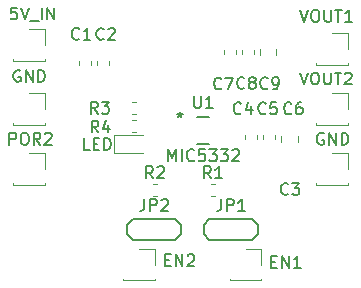
<source format=gbr>
G04 #@! TF.GenerationSoftware,KiCad,Pcbnew,(5.1.6)-1*
G04 #@! TF.CreationDate,2020-05-26T15:20:33+09:00*
G04 #@! TF.ProjectId,mic5332,6d696335-3333-4322-9e6b-696361645f70,rev?*
G04 #@! TF.SameCoordinates,Original*
G04 #@! TF.FileFunction,Legend,Top*
G04 #@! TF.FilePolarity,Positive*
%FSLAX46Y46*%
G04 Gerber Fmt 4.6, Leading zero omitted, Abs format (unit mm)*
G04 Created by KiCad (PCBNEW (5.1.6)-1) date 2020-05-26 15:20:33*
%MOMM*%
%LPD*%
G01*
G04 APERTURE LIST*
%ADD10C,0.120000*%
%ADD11C,0.150000*%
%ADD12C,0.152400*%
G04 APERTURE END LIST*
D10*
X116065000Y-69803733D02*
X116065000Y-70146267D01*
X117085000Y-69803733D02*
X117085000Y-70146267D01*
X118600000Y-69808733D02*
X118600000Y-70151267D01*
X117580000Y-69808733D02*
X117580000Y-70151267D01*
X131140000Y-76103733D02*
X131140000Y-76446267D01*
X130120000Y-76103733D02*
X130120000Y-76446267D01*
X131630000Y-76103733D02*
X131630000Y-76446267D01*
X132650000Y-76103733D02*
X132650000Y-76446267D01*
X134580000Y-76118748D02*
X134580000Y-76641252D01*
X133160000Y-76118748D02*
X133160000Y-76641252D01*
X128330000Y-69211267D02*
X128330000Y-68868733D01*
X129350000Y-69211267D02*
X129350000Y-68868733D01*
X130860000Y-69211267D02*
X130860000Y-68868733D01*
X129840000Y-69211267D02*
X129840000Y-68868733D01*
X132790000Y-69311252D02*
X132790000Y-68788748D01*
X131370000Y-69311252D02*
X131370000Y-68788748D01*
X119040000Y-77555000D02*
X121500000Y-77555000D01*
X119040000Y-76085000D02*
X119040000Y-77555000D01*
X121500000Y-76085000D02*
X119040000Y-76085000D01*
D11*
X126620000Y-83650000D02*
X127120000Y-83150000D01*
X126620000Y-84450000D02*
X126620000Y-83650000D01*
X127120000Y-84950000D02*
X126620000Y-84450000D01*
X130720000Y-84950000D02*
X127120000Y-84950000D01*
X131220000Y-84450000D02*
X130720000Y-84950000D01*
X131220000Y-83650000D02*
X131220000Y-84450000D01*
X130720000Y-83150000D02*
X131220000Y-83650000D01*
X127120000Y-83150000D02*
X130720000Y-83150000D01*
X120620000Y-83150000D02*
X124220000Y-83150000D01*
X124220000Y-83150000D02*
X124720000Y-83650000D01*
X124720000Y-83650000D02*
X124720000Y-84450000D01*
X124720000Y-84450000D02*
X124220000Y-84950000D01*
X124220000Y-84950000D02*
X120620000Y-84950000D01*
X120620000Y-84950000D02*
X120120000Y-84450000D01*
X120120000Y-84450000D02*
X120120000Y-83650000D01*
X120120000Y-83650000D02*
X120620000Y-83150000D01*
D10*
X127228733Y-80190000D02*
X127571267Y-80190000D01*
X127228733Y-81210000D02*
X127571267Y-81210000D01*
X122328733Y-81210000D02*
X122671267Y-81210000D01*
X122328733Y-80190000D02*
X122671267Y-80190000D01*
X120881267Y-73270000D02*
X120538733Y-73270000D01*
X120881267Y-74290000D02*
X120538733Y-74290000D01*
X120528733Y-74790000D02*
X120871267Y-74790000D01*
X120528733Y-75810000D02*
X120871267Y-75810000D01*
D12*
X126089155Y-76828100D02*
X127063645Y-76828100D01*
X127063645Y-74516700D02*
X126089155Y-74516700D01*
D10*
X111830000Y-67130000D02*
X113160000Y-67130000D01*
X113160000Y-67130000D02*
X113160000Y-68460000D01*
X113160000Y-69670000D02*
X113160000Y-69790000D01*
X110500000Y-69670000D02*
X110500000Y-69790000D01*
X110500000Y-69790000D02*
X113160000Y-69790000D01*
X130190000Y-85720000D02*
X131520000Y-85720000D01*
X131520000Y-85720000D02*
X131520000Y-87050000D01*
X131520000Y-88260000D02*
X131520000Y-88380000D01*
X128860000Y-88260000D02*
X128860000Y-88380000D01*
X128860000Y-88380000D02*
X131520000Y-88380000D01*
X119820000Y-88380000D02*
X122480000Y-88380000D01*
X119820000Y-88260000D02*
X119820000Y-88380000D01*
X122480000Y-88260000D02*
X122480000Y-88380000D01*
X122480000Y-85720000D02*
X122480000Y-87050000D01*
X121150000Y-85720000D02*
X122480000Y-85720000D01*
X110520000Y-75210000D02*
X113180000Y-75210000D01*
X110520000Y-75090000D02*
X110520000Y-75210000D01*
X113180000Y-75090000D02*
X113180000Y-75210000D01*
X113180000Y-72550000D02*
X113180000Y-73880000D01*
X111850000Y-72550000D02*
X113180000Y-72550000D01*
X136170000Y-80290000D02*
X138830000Y-80290000D01*
X136170000Y-80170000D02*
X136170000Y-80290000D01*
X138830000Y-80170000D02*
X138830000Y-80290000D01*
X138830000Y-77630000D02*
X138830000Y-78960000D01*
X137500000Y-77630000D02*
X138830000Y-77630000D01*
X111850000Y-77630000D02*
X113180000Y-77630000D01*
X113180000Y-77630000D02*
X113180000Y-78960000D01*
X113180000Y-80170000D02*
X113180000Y-80290000D01*
X110520000Y-80170000D02*
X110520000Y-80290000D01*
X110520000Y-80290000D02*
X113180000Y-80290000D01*
X137500000Y-67470000D02*
X138830000Y-67470000D01*
X138830000Y-67470000D02*
X138830000Y-68800000D01*
X138830000Y-70010000D02*
X138830000Y-70130000D01*
X136170000Y-70010000D02*
X136170000Y-70130000D01*
X136170000Y-70130000D02*
X138830000Y-70130000D01*
X136170000Y-75210000D02*
X138830000Y-75210000D01*
X136170000Y-75090000D02*
X136170000Y-75210000D01*
X138830000Y-75090000D02*
X138830000Y-75210000D01*
X138830000Y-72550000D02*
X138830000Y-73880000D01*
X137500000Y-72550000D02*
X138830000Y-72550000D01*
D11*
X116093333Y-67907142D02*
X116045714Y-67954761D01*
X115902857Y-68002380D01*
X115807619Y-68002380D01*
X115664761Y-67954761D01*
X115569523Y-67859523D01*
X115521904Y-67764285D01*
X115474285Y-67573809D01*
X115474285Y-67430952D01*
X115521904Y-67240476D01*
X115569523Y-67145238D01*
X115664761Y-67050000D01*
X115807619Y-67002380D01*
X115902857Y-67002380D01*
X116045714Y-67050000D01*
X116093333Y-67097619D01*
X117045714Y-68002380D02*
X116474285Y-68002380D01*
X116760000Y-68002380D02*
X116760000Y-67002380D01*
X116664761Y-67145238D01*
X116569523Y-67240476D01*
X116474285Y-67288095D01*
X118163333Y-67927142D02*
X118115714Y-67974761D01*
X117972857Y-68022380D01*
X117877619Y-68022380D01*
X117734761Y-67974761D01*
X117639523Y-67879523D01*
X117591904Y-67784285D01*
X117544285Y-67593809D01*
X117544285Y-67450952D01*
X117591904Y-67260476D01*
X117639523Y-67165238D01*
X117734761Y-67070000D01*
X117877619Y-67022380D01*
X117972857Y-67022380D01*
X118115714Y-67070000D01*
X118163333Y-67117619D01*
X118544285Y-67117619D02*
X118591904Y-67070000D01*
X118687142Y-67022380D01*
X118925238Y-67022380D01*
X119020476Y-67070000D01*
X119068095Y-67117619D01*
X119115714Y-67212857D01*
X119115714Y-67308095D01*
X119068095Y-67450952D01*
X118496666Y-68022380D01*
X119115714Y-68022380D01*
X133783333Y-81047142D02*
X133735714Y-81094761D01*
X133592857Y-81142380D01*
X133497619Y-81142380D01*
X133354761Y-81094761D01*
X133259523Y-80999523D01*
X133211904Y-80904285D01*
X133164285Y-80713809D01*
X133164285Y-80570952D01*
X133211904Y-80380476D01*
X133259523Y-80285238D01*
X133354761Y-80190000D01*
X133497619Y-80142380D01*
X133592857Y-80142380D01*
X133735714Y-80190000D01*
X133783333Y-80237619D01*
X134116666Y-80142380D02*
X134735714Y-80142380D01*
X134402380Y-80523333D01*
X134545238Y-80523333D01*
X134640476Y-80570952D01*
X134688095Y-80618571D01*
X134735714Y-80713809D01*
X134735714Y-80951904D01*
X134688095Y-81047142D01*
X134640476Y-81094761D01*
X134545238Y-81142380D01*
X134259523Y-81142380D01*
X134164285Y-81094761D01*
X134116666Y-81047142D01*
X129793333Y-74217142D02*
X129745714Y-74264761D01*
X129602857Y-74312380D01*
X129507619Y-74312380D01*
X129364761Y-74264761D01*
X129269523Y-74169523D01*
X129221904Y-74074285D01*
X129174285Y-73883809D01*
X129174285Y-73740952D01*
X129221904Y-73550476D01*
X129269523Y-73455238D01*
X129364761Y-73360000D01*
X129507619Y-73312380D01*
X129602857Y-73312380D01*
X129745714Y-73360000D01*
X129793333Y-73407619D01*
X130650476Y-73645714D02*
X130650476Y-74312380D01*
X130412380Y-73264761D02*
X130174285Y-73979047D01*
X130793333Y-73979047D01*
X131883333Y-74217142D02*
X131835714Y-74264761D01*
X131692857Y-74312380D01*
X131597619Y-74312380D01*
X131454761Y-74264761D01*
X131359523Y-74169523D01*
X131311904Y-74074285D01*
X131264285Y-73883809D01*
X131264285Y-73740952D01*
X131311904Y-73550476D01*
X131359523Y-73455238D01*
X131454761Y-73360000D01*
X131597619Y-73312380D01*
X131692857Y-73312380D01*
X131835714Y-73360000D01*
X131883333Y-73407619D01*
X132788095Y-73312380D02*
X132311904Y-73312380D01*
X132264285Y-73788571D01*
X132311904Y-73740952D01*
X132407142Y-73693333D01*
X132645238Y-73693333D01*
X132740476Y-73740952D01*
X132788095Y-73788571D01*
X132835714Y-73883809D01*
X132835714Y-74121904D01*
X132788095Y-74217142D01*
X132740476Y-74264761D01*
X132645238Y-74312380D01*
X132407142Y-74312380D01*
X132311904Y-74264761D01*
X132264285Y-74217142D01*
X134053333Y-74217142D02*
X134005714Y-74264761D01*
X133862857Y-74312380D01*
X133767619Y-74312380D01*
X133624761Y-74264761D01*
X133529523Y-74169523D01*
X133481904Y-74074285D01*
X133434285Y-73883809D01*
X133434285Y-73740952D01*
X133481904Y-73550476D01*
X133529523Y-73455238D01*
X133624761Y-73360000D01*
X133767619Y-73312380D01*
X133862857Y-73312380D01*
X134005714Y-73360000D01*
X134053333Y-73407619D01*
X134910476Y-73312380D02*
X134720000Y-73312380D01*
X134624761Y-73360000D01*
X134577142Y-73407619D01*
X134481904Y-73550476D01*
X134434285Y-73740952D01*
X134434285Y-74121904D01*
X134481904Y-74217142D01*
X134529523Y-74264761D01*
X134624761Y-74312380D01*
X134815238Y-74312380D01*
X134910476Y-74264761D01*
X134958095Y-74217142D01*
X135005714Y-74121904D01*
X135005714Y-73883809D01*
X134958095Y-73788571D01*
X134910476Y-73740952D01*
X134815238Y-73693333D01*
X134624761Y-73693333D01*
X134529523Y-73740952D01*
X134481904Y-73788571D01*
X134434285Y-73883809D01*
X128133333Y-72107142D02*
X128085714Y-72154761D01*
X127942857Y-72202380D01*
X127847619Y-72202380D01*
X127704761Y-72154761D01*
X127609523Y-72059523D01*
X127561904Y-71964285D01*
X127514285Y-71773809D01*
X127514285Y-71630952D01*
X127561904Y-71440476D01*
X127609523Y-71345238D01*
X127704761Y-71250000D01*
X127847619Y-71202380D01*
X127942857Y-71202380D01*
X128085714Y-71250000D01*
X128133333Y-71297619D01*
X128466666Y-71202380D02*
X129133333Y-71202380D01*
X128704761Y-72202380D01*
X130073333Y-72067142D02*
X130025714Y-72114761D01*
X129882857Y-72162380D01*
X129787619Y-72162380D01*
X129644761Y-72114761D01*
X129549523Y-72019523D01*
X129501904Y-71924285D01*
X129454285Y-71733809D01*
X129454285Y-71590952D01*
X129501904Y-71400476D01*
X129549523Y-71305238D01*
X129644761Y-71210000D01*
X129787619Y-71162380D01*
X129882857Y-71162380D01*
X130025714Y-71210000D01*
X130073333Y-71257619D01*
X130644761Y-71590952D02*
X130549523Y-71543333D01*
X130501904Y-71495714D01*
X130454285Y-71400476D01*
X130454285Y-71352857D01*
X130501904Y-71257619D01*
X130549523Y-71210000D01*
X130644761Y-71162380D01*
X130835238Y-71162380D01*
X130930476Y-71210000D01*
X130978095Y-71257619D01*
X131025714Y-71352857D01*
X131025714Y-71400476D01*
X130978095Y-71495714D01*
X130930476Y-71543333D01*
X130835238Y-71590952D01*
X130644761Y-71590952D01*
X130549523Y-71638571D01*
X130501904Y-71686190D01*
X130454285Y-71781428D01*
X130454285Y-71971904D01*
X130501904Y-72067142D01*
X130549523Y-72114761D01*
X130644761Y-72162380D01*
X130835238Y-72162380D01*
X130930476Y-72114761D01*
X130978095Y-72067142D01*
X131025714Y-71971904D01*
X131025714Y-71781428D01*
X130978095Y-71686190D01*
X130930476Y-71638571D01*
X130835238Y-71590952D01*
X132043333Y-72087142D02*
X131995714Y-72134761D01*
X131852857Y-72182380D01*
X131757619Y-72182380D01*
X131614761Y-72134761D01*
X131519523Y-72039523D01*
X131471904Y-71944285D01*
X131424285Y-71753809D01*
X131424285Y-71610952D01*
X131471904Y-71420476D01*
X131519523Y-71325238D01*
X131614761Y-71230000D01*
X131757619Y-71182380D01*
X131852857Y-71182380D01*
X131995714Y-71230000D01*
X132043333Y-71277619D01*
X132519523Y-72182380D02*
X132710000Y-72182380D01*
X132805238Y-72134761D01*
X132852857Y-72087142D01*
X132948095Y-71944285D01*
X132995714Y-71753809D01*
X132995714Y-71372857D01*
X132948095Y-71277619D01*
X132900476Y-71230000D01*
X132805238Y-71182380D01*
X132614761Y-71182380D01*
X132519523Y-71230000D01*
X132471904Y-71277619D01*
X132424285Y-71372857D01*
X132424285Y-71610952D01*
X132471904Y-71706190D01*
X132519523Y-71753809D01*
X132614761Y-71801428D01*
X132805238Y-71801428D01*
X132900476Y-71753809D01*
X132948095Y-71706190D01*
X132995714Y-71610952D01*
X116967142Y-77322380D02*
X116490952Y-77322380D01*
X116490952Y-76322380D01*
X117300476Y-76798571D02*
X117633809Y-76798571D01*
X117776666Y-77322380D02*
X117300476Y-77322380D01*
X117300476Y-76322380D01*
X117776666Y-76322380D01*
X118205238Y-77322380D02*
X118205238Y-76322380D01*
X118443333Y-76322380D01*
X118586190Y-76370000D01*
X118681428Y-76465238D01*
X118729047Y-76560476D01*
X118776666Y-76750952D01*
X118776666Y-76893809D01*
X118729047Y-77084285D01*
X118681428Y-77179523D01*
X118586190Y-77274761D01*
X118443333Y-77322380D01*
X118205238Y-77322380D01*
X128116666Y-81502380D02*
X128116666Y-82216666D01*
X128069047Y-82359523D01*
X127973809Y-82454761D01*
X127830952Y-82502380D01*
X127735714Y-82502380D01*
X128592857Y-82502380D02*
X128592857Y-81502380D01*
X128973809Y-81502380D01*
X129069047Y-81550000D01*
X129116666Y-81597619D01*
X129164285Y-81692857D01*
X129164285Y-81835714D01*
X129116666Y-81930952D01*
X129069047Y-81978571D01*
X128973809Y-82026190D01*
X128592857Y-82026190D01*
X130116666Y-82502380D02*
X129545238Y-82502380D01*
X129830952Y-82502380D02*
X129830952Y-81502380D01*
X129735714Y-81645238D01*
X129640476Y-81740476D01*
X129545238Y-81788095D01*
X121616666Y-81502380D02*
X121616666Y-82216666D01*
X121569047Y-82359523D01*
X121473809Y-82454761D01*
X121330952Y-82502380D01*
X121235714Y-82502380D01*
X122092857Y-82502380D02*
X122092857Y-81502380D01*
X122473809Y-81502380D01*
X122569047Y-81550000D01*
X122616666Y-81597619D01*
X122664285Y-81692857D01*
X122664285Y-81835714D01*
X122616666Y-81930952D01*
X122569047Y-81978571D01*
X122473809Y-82026190D01*
X122092857Y-82026190D01*
X123045238Y-81597619D02*
X123092857Y-81550000D01*
X123188095Y-81502380D01*
X123426190Y-81502380D01*
X123521428Y-81550000D01*
X123569047Y-81597619D01*
X123616666Y-81692857D01*
X123616666Y-81788095D01*
X123569047Y-81930952D01*
X122997619Y-82502380D01*
X123616666Y-82502380D01*
X127233333Y-79722380D02*
X126900000Y-79246190D01*
X126661904Y-79722380D02*
X126661904Y-78722380D01*
X127042857Y-78722380D01*
X127138095Y-78770000D01*
X127185714Y-78817619D01*
X127233333Y-78912857D01*
X127233333Y-79055714D01*
X127185714Y-79150952D01*
X127138095Y-79198571D01*
X127042857Y-79246190D01*
X126661904Y-79246190D01*
X128185714Y-79722380D02*
X127614285Y-79722380D01*
X127900000Y-79722380D02*
X127900000Y-78722380D01*
X127804761Y-78865238D01*
X127709523Y-78960476D01*
X127614285Y-79008095D01*
X122333333Y-79722380D02*
X122000000Y-79246190D01*
X121761904Y-79722380D02*
X121761904Y-78722380D01*
X122142857Y-78722380D01*
X122238095Y-78770000D01*
X122285714Y-78817619D01*
X122333333Y-78912857D01*
X122333333Y-79055714D01*
X122285714Y-79150952D01*
X122238095Y-79198571D01*
X122142857Y-79246190D01*
X121761904Y-79246190D01*
X122714285Y-78817619D02*
X122761904Y-78770000D01*
X122857142Y-78722380D01*
X123095238Y-78722380D01*
X123190476Y-78770000D01*
X123238095Y-78817619D01*
X123285714Y-78912857D01*
X123285714Y-79008095D01*
X123238095Y-79150952D01*
X122666666Y-79722380D01*
X123285714Y-79722380D01*
X117653333Y-74262380D02*
X117320000Y-73786190D01*
X117081904Y-74262380D02*
X117081904Y-73262380D01*
X117462857Y-73262380D01*
X117558095Y-73310000D01*
X117605714Y-73357619D01*
X117653333Y-73452857D01*
X117653333Y-73595714D01*
X117605714Y-73690952D01*
X117558095Y-73738571D01*
X117462857Y-73786190D01*
X117081904Y-73786190D01*
X117986666Y-73262380D02*
X118605714Y-73262380D01*
X118272380Y-73643333D01*
X118415238Y-73643333D01*
X118510476Y-73690952D01*
X118558095Y-73738571D01*
X118605714Y-73833809D01*
X118605714Y-74071904D01*
X118558095Y-74167142D01*
X118510476Y-74214761D01*
X118415238Y-74262380D01*
X118129523Y-74262380D01*
X118034285Y-74214761D01*
X117986666Y-74167142D01*
X117703333Y-75852380D02*
X117370000Y-75376190D01*
X117131904Y-75852380D02*
X117131904Y-74852380D01*
X117512857Y-74852380D01*
X117608095Y-74900000D01*
X117655714Y-74947619D01*
X117703333Y-75042857D01*
X117703333Y-75185714D01*
X117655714Y-75280952D01*
X117608095Y-75328571D01*
X117512857Y-75376190D01*
X117131904Y-75376190D01*
X118560476Y-75185714D02*
X118560476Y-75852380D01*
X118322380Y-74804761D02*
X118084285Y-75519047D01*
X118703333Y-75519047D01*
X125818095Y-72762380D02*
X125818095Y-73571904D01*
X125865714Y-73667142D01*
X125913333Y-73714761D01*
X126008571Y-73762380D01*
X126199047Y-73762380D01*
X126294285Y-73714761D01*
X126341904Y-73667142D01*
X126389523Y-73571904D01*
X126389523Y-72762380D01*
X127389523Y-73762380D02*
X126818095Y-73762380D01*
X127103809Y-73762380D02*
X127103809Y-72762380D01*
X127008571Y-72905238D01*
X126913333Y-73000476D01*
X126818095Y-73048095D01*
X123633809Y-78282380D02*
X123633809Y-77282380D01*
X123967142Y-77996666D01*
X124300476Y-77282380D01*
X124300476Y-78282380D01*
X124776666Y-78282380D02*
X124776666Y-77282380D01*
X125824285Y-78187142D02*
X125776666Y-78234761D01*
X125633809Y-78282380D01*
X125538571Y-78282380D01*
X125395714Y-78234761D01*
X125300476Y-78139523D01*
X125252857Y-78044285D01*
X125205238Y-77853809D01*
X125205238Y-77710952D01*
X125252857Y-77520476D01*
X125300476Y-77425238D01*
X125395714Y-77330000D01*
X125538571Y-77282380D01*
X125633809Y-77282380D01*
X125776666Y-77330000D01*
X125824285Y-77377619D01*
X126729047Y-77282380D02*
X126252857Y-77282380D01*
X126205238Y-77758571D01*
X126252857Y-77710952D01*
X126348095Y-77663333D01*
X126586190Y-77663333D01*
X126681428Y-77710952D01*
X126729047Y-77758571D01*
X126776666Y-77853809D01*
X126776666Y-78091904D01*
X126729047Y-78187142D01*
X126681428Y-78234761D01*
X126586190Y-78282380D01*
X126348095Y-78282380D01*
X126252857Y-78234761D01*
X126205238Y-78187142D01*
X127110000Y-77282380D02*
X127729047Y-77282380D01*
X127395714Y-77663333D01*
X127538571Y-77663333D01*
X127633809Y-77710952D01*
X127681428Y-77758571D01*
X127729047Y-77853809D01*
X127729047Y-78091904D01*
X127681428Y-78187142D01*
X127633809Y-78234761D01*
X127538571Y-78282380D01*
X127252857Y-78282380D01*
X127157619Y-78234761D01*
X127110000Y-78187142D01*
X128062380Y-77282380D02*
X128681428Y-77282380D01*
X128348095Y-77663333D01*
X128490952Y-77663333D01*
X128586190Y-77710952D01*
X128633809Y-77758571D01*
X128681428Y-77853809D01*
X128681428Y-78091904D01*
X128633809Y-78187142D01*
X128586190Y-78234761D01*
X128490952Y-78282380D01*
X128205238Y-78282380D01*
X128110000Y-78234761D01*
X128062380Y-78187142D01*
X129062380Y-77377619D02*
X129110000Y-77330000D01*
X129205238Y-77282380D01*
X129443333Y-77282380D01*
X129538571Y-77330000D01*
X129586190Y-77377619D01*
X129633809Y-77472857D01*
X129633809Y-77568095D01*
X129586190Y-77710952D01*
X129014761Y-78282380D01*
X129633809Y-78282380D01*
X124607900Y-74124780D02*
X124607900Y-74362876D01*
X124369804Y-74267638D02*
X124607900Y-74362876D01*
X124845995Y-74267638D01*
X124465042Y-74553352D02*
X124607900Y-74362876D01*
X124750757Y-74553352D01*
X124607900Y-74124780D02*
X124607900Y-74362876D01*
X124369804Y-74267638D02*
X124607900Y-74362876D01*
X124845995Y-74267638D01*
X124465042Y-74553352D02*
X124607900Y-74362876D01*
X124750757Y-74553352D01*
X110806666Y-65282380D02*
X110330476Y-65282380D01*
X110282857Y-65758571D01*
X110330476Y-65710952D01*
X110425714Y-65663333D01*
X110663809Y-65663333D01*
X110759047Y-65710952D01*
X110806666Y-65758571D01*
X110854285Y-65853809D01*
X110854285Y-66091904D01*
X110806666Y-66187142D01*
X110759047Y-66234761D01*
X110663809Y-66282380D01*
X110425714Y-66282380D01*
X110330476Y-66234761D01*
X110282857Y-66187142D01*
X111140000Y-65282380D02*
X111473333Y-66282380D01*
X111806666Y-65282380D01*
X111901904Y-66377619D02*
X112663809Y-66377619D01*
X112901904Y-66282380D02*
X112901904Y-65282380D01*
X113378095Y-66282380D02*
X113378095Y-65282380D01*
X113949523Y-66282380D01*
X113949523Y-65282380D01*
X132355714Y-86788571D02*
X132689047Y-86788571D01*
X132831904Y-87312380D02*
X132355714Y-87312380D01*
X132355714Y-86312380D01*
X132831904Y-86312380D01*
X133260476Y-87312380D02*
X133260476Y-86312380D01*
X133831904Y-87312380D01*
X133831904Y-86312380D01*
X134831904Y-87312380D02*
X134260476Y-87312380D01*
X134546190Y-87312380D02*
X134546190Y-86312380D01*
X134450952Y-86455238D01*
X134355714Y-86550476D01*
X134260476Y-86598095D01*
X123355714Y-86658571D02*
X123689047Y-86658571D01*
X123831904Y-87182380D02*
X123355714Y-87182380D01*
X123355714Y-86182380D01*
X123831904Y-86182380D01*
X124260476Y-87182380D02*
X124260476Y-86182380D01*
X124831904Y-87182380D01*
X124831904Y-86182380D01*
X125260476Y-86277619D02*
X125308095Y-86230000D01*
X125403333Y-86182380D01*
X125641428Y-86182380D01*
X125736666Y-86230000D01*
X125784285Y-86277619D01*
X125831904Y-86372857D01*
X125831904Y-86468095D01*
X125784285Y-86610952D01*
X125212857Y-87182380D01*
X125831904Y-87182380D01*
X111088095Y-70610000D02*
X110992857Y-70562380D01*
X110850000Y-70562380D01*
X110707142Y-70610000D01*
X110611904Y-70705238D01*
X110564285Y-70800476D01*
X110516666Y-70990952D01*
X110516666Y-71133809D01*
X110564285Y-71324285D01*
X110611904Y-71419523D01*
X110707142Y-71514761D01*
X110850000Y-71562380D01*
X110945238Y-71562380D01*
X111088095Y-71514761D01*
X111135714Y-71467142D01*
X111135714Y-71133809D01*
X110945238Y-71133809D01*
X111564285Y-71562380D02*
X111564285Y-70562380D01*
X112135714Y-71562380D01*
X112135714Y-70562380D01*
X112611904Y-71562380D02*
X112611904Y-70562380D01*
X112850000Y-70562380D01*
X112992857Y-70610000D01*
X113088095Y-70705238D01*
X113135714Y-70800476D01*
X113183333Y-70990952D01*
X113183333Y-71133809D01*
X113135714Y-71324285D01*
X113088095Y-71419523D01*
X112992857Y-71514761D01*
X112850000Y-71562380D01*
X112611904Y-71562380D01*
X136778095Y-75930000D02*
X136682857Y-75882380D01*
X136540000Y-75882380D01*
X136397142Y-75930000D01*
X136301904Y-76025238D01*
X136254285Y-76120476D01*
X136206666Y-76310952D01*
X136206666Y-76453809D01*
X136254285Y-76644285D01*
X136301904Y-76739523D01*
X136397142Y-76834761D01*
X136540000Y-76882380D01*
X136635238Y-76882380D01*
X136778095Y-76834761D01*
X136825714Y-76787142D01*
X136825714Y-76453809D01*
X136635238Y-76453809D01*
X137254285Y-76882380D02*
X137254285Y-75882380D01*
X137825714Y-76882380D01*
X137825714Y-75882380D01*
X138301904Y-76882380D02*
X138301904Y-75882380D01*
X138540000Y-75882380D01*
X138682857Y-75930000D01*
X138778095Y-76025238D01*
X138825714Y-76120476D01*
X138873333Y-76310952D01*
X138873333Y-76453809D01*
X138825714Y-76644285D01*
X138778095Y-76739523D01*
X138682857Y-76834761D01*
X138540000Y-76882380D01*
X138301904Y-76882380D01*
X110188095Y-76892380D02*
X110188095Y-75892380D01*
X110569047Y-75892380D01*
X110664285Y-75940000D01*
X110711904Y-75987619D01*
X110759523Y-76082857D01*
X110759523Y-76225714D01*
X110711904Y-76320952D01*
X110664285Y-76368571D01*
X110569047Y-76416190D01*
X110188095Y-76416190D01*
X111378571Y-75892380D02*
X111569047Y-75892380D01*
X111664285Y-75940000D01*
X111759523Y-76035238D01*
X111807142Y-76225714D01*
X111807142Y-76559047D01*
X111759523Y-76749523D01*
X111664285Y-76844761D01*
X111569047Y-76892380D01*
X111378571Y-76892380D01*
X111283333Y-76844761D01*
X111188095Y-76749523D01*
X111140476Y-76559047D01*
X111140476Y-76225714D01*
X111188095Y-76035238D01*
X111283333Y-75940000D01*
X111378571Y-75892380D01*
X112807142Y-76892380D02*
X112473809Y-76416190D01*
X112235714Y-76892380D02*
X112235714Y-75892380D01*
X112616666Y-75892380D01*
X112711904Y-75940000D01*
X112759523Y-75987619D01*
X112807142Y-76082857D01*
X112807142Y-76225714D01*
X112759523Y-76320952D01*
X112711904Y-76368571D01*
X112616666Y-76416190D01*
X112235714Y-76416190D01*
X113188095Y-75987619D02*
X113235714Y-75940000D01*
X113330952Y-75892380D01*
X113569047Y-75892380D01*
X113664285Y-75940000D01*
X113711904Y-75987619D01*
X113759523Y-76082857D01*
X113759523Y-76178095D01*
X113711904Y-76320952D01*
X113140476Y-76892380D01*
X113759523Y-76892380D01*
X134801904Y-65472380D02*
X135135238Y-66472380D01*
X135468571Y-65472380D01*
X135992380Y-65472380D02*
X136182857Y-65472380D01*
X136278095Y-65520000D01*
X136373333Y-65615238D01*
X136420952Y-65805714D01*
X136420952Y-66139047D01*
X136373333Y-66329523D01*
X136278095Y-66424761D01*
X136182857Y-66472380D01*
X135992380Y-66472380D01*
X135897142Y-66424761D01*
X135801904Y-66329523D01*
X135754285Y-66139047D01*
X135754285Y-65805714D01*
X135801904Y-65615238D01*
X135897142Y-65520000D01*
X135992380Y-65472380D01*
X136849523Y-65472380D02*
X136849523Y-66281904D01*
X136897142Y-66377142D01*
X136944761Y-66424761D01*
X137040000Y-66472380D01*
X137230476Y-66472380D01*
X137325714Y-66424761D01*
X137373333Y-66377142D01*
X137420952Y-66281904D01*
X137420952Y-65472380D01*
X137754285Y-65472380D02*
X138325714Y-65472380D01*
X138040000Y-66472380D02*
X138040000Y-65472380D01*
X139182857Y-66472380D02*
X138611428Y-66472380D01*
X138897142Y-66472380D02*
X138897142Y-65472380D01*
X138801904Y-65615238D01*
X138706666Y-65710476D01*
X138611428Y-65758095D01*
X134771904Y-70782380D02*
X135105238Y-71782380D01*
X135438571Y-70782380D01*
X135962380Y-70782380D02*
X136152857Y-70782380D01*
X136248095Y-70830000D01*
X136343333Y-70925238D01*
X136390952Y-71115714D01*
X136390952Y-71449047D01*
X136343333Y-71639523D01*
X136248095Y-71734761D01*
X136152857Y-71782380D01*
X135962380Y-71782380D01*
X135867142Y-71734761D01*
X135771904Y-71639523D01*
X135724285Y-71449047D01*
X135724285Y-71115714D01*
X135771904Y-70925238D01*
X135867142Y-70830000D01*
X135962380Y-70782380D01*
X136819523Y-70782380D02*
X136819523Y-71591904D01*
X136867142Y-71687142D01*
X136914761Y-71734761D01*
X137010000Y-71782380D01*
X137200476Y-71782380D01*
X137295714Y-71734761D01*
X137343333Y-71687142D01*
X137390952Y-71591904D01*
X137390952Y-70782380D01*
X137724285Y-70782380D02*
X138295714Y-70782380D01*
X138010000Y-71782380D02*
X138010000Y-70782380D01*
X138581428Y-70877619D02*
X138629047Y-70830000D01*
X138724285Y-70782380D01*
X138962380Y-70782380D01*
X139057619Y-70830000D01*
X139105238Y-70877619D01*
X139152857Y-70972857D01*
X139152857Y-71068095D01*
X139105238Y-71210952D01*
X138533809Y-71782380D01*
X139152857Y-71782380D01*
M02*

</source>
